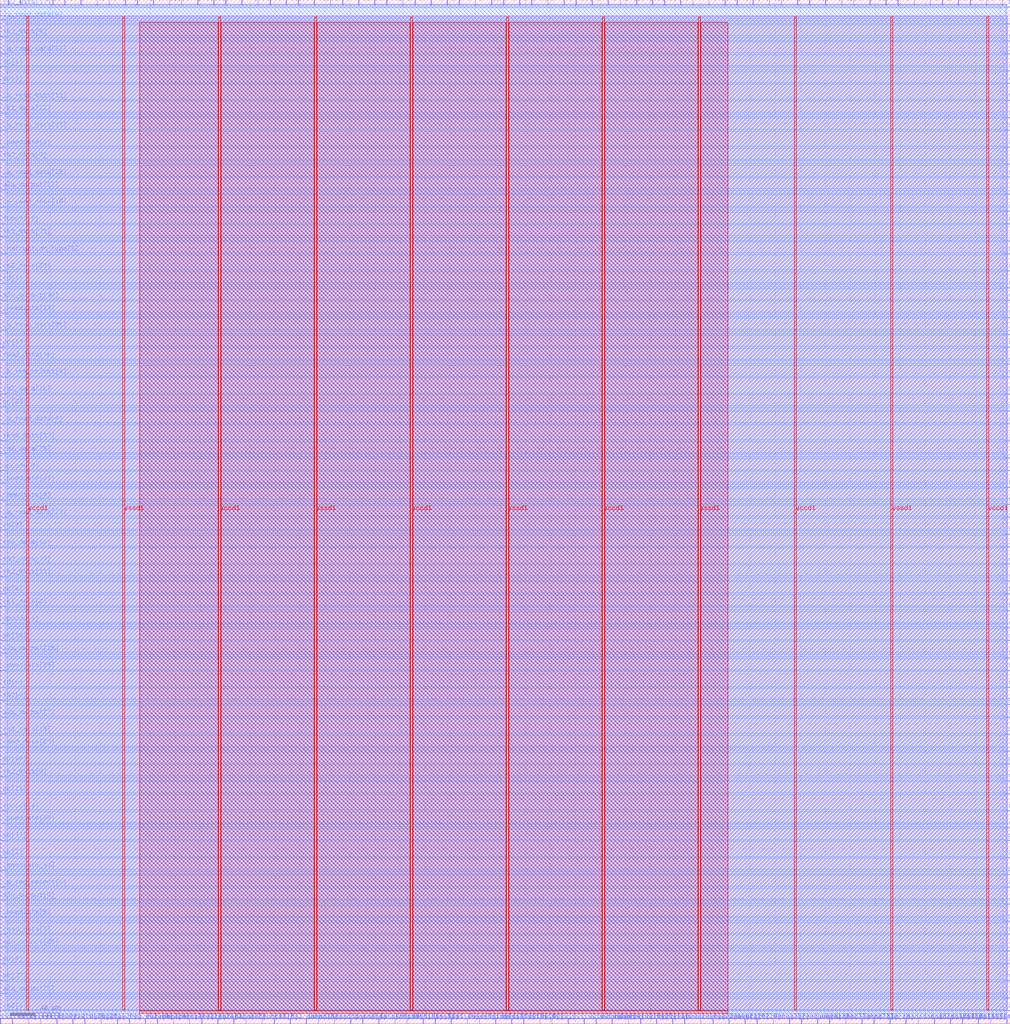
<source format=lef>
VERSION 5.7 ;
  NOWIREEXTENSIONATPIN ON ;
  DIVIDERCHAR "/" ;
  BUSBITCHARS "[]" ;
MACRO ALU
  CLASS BLOCK ;
  FOREIGN ALU ;
  ORIGIN 0.000 0.000 ;
  SIZE 807.960 BY 818.680 ;
  PIN alu_output[0]
    DIRECTION OUTPUT TRISTATE ;
    USE SIGNAL ;
    PORT
      LAYER met2 ;
        RECT 286.670 814.680 286.950 818.680 ;
    END
  END alu_output[0]
  PIN alu_output[10]
    DIRECTION OUTPUT TRISTATE ;
    USE SIGNAL ;
    PORT
      LAYER met2 ;
        RECT 338.190 0.000 338.470 4.000 ;
    END
  END alu_output[10]
  PIN alu_output[11]
    DIRECTION OUTPUT TRISTATE ;
    USE SIGNAL ;
    PORT
      LAYER met2 ;
        RECT 135.330 814.680 135.610 818.680 ;
    END
  END alu_output[11]
  PIN alu_output[12]
    DIRECTION OUTPUT TRISTATE ;
    USE SIGNAL ;
    PORT
      LAYER met2 ;
        RECT 64.490 814.680 64.770 818.680 ;
    END
  END alu_output[12]
  PIN alu_output[13]
    DIRECTION OUTPUT TRISTATE ;
    USE SIGNAL ;
    PORT
      LAYER met2 ;
        RECT 180.410 814.680 180.690 818.680 ;
    END
  END alu_output[13]
  PIN alu_output[14]
    DIRECTION OUTPUT TRISTATE ;
    USE SIGNAL ;
    PORT
      LAYER met2 ;
        RECT 579.690 814.680 579.970 818.680 ;
    END
  END alu_output[14]
  PIN alu_output[15]
    DIRECTION OUTPUT TRISTATE ;
    USE SIGNAL ;
    PORT
      LAYER met2 ;
        RECT 186.850 0.000 187.130 4.000 ;
    END
  END alu_output[15]
  PIN alu_output[16]
    DIRECTION OUTPUT TRISTATE ;
    USE SIGNAL ;
    PORT
      LAYER met3 ;
        RECT 0.000 295.840 4.000 296.440 ;
    END
  END alu_output[16]
  PIN alu_output[17]
    DIRECTION OUTPUT TRISTATE ;
    USE SIGNAL ;
    PORT
      LAYER met3 ;
        RECT 803.960 244.840 807.960 245.440 ;
    END
  END alu_output[17]
  PIN alu_output[18]
    DIRECTION OUTPUT TRISTATE ;
    USE SIGNAL ;
    PORT
      LAYER met2 ;
        RECT 615.110 814.680 615.390 818.680 ;
    END
  END alu_output[18]
  PIN alu_output[19]
    DIRECTION OUTPUT TRISTATE ;
    USE SIGNAL ;
    PORT
      LAYER met3 ;
        RECT 803.960 132.640 807.960 133.240 ;
    END
  END alu_output[19]
  PIN alu_output[1]
    DIRECTION OUTPUT TRISTATE ;
    USE SIGNAL ;
    PORT
      LAYER met2 ;
        RECT 631.210 0.000 631.490 4.000 ;
    END
  END alu_output[1]
  PIN alu_output[20]
    DIRECTION OUTPUT TRISTATE ;
    USE SIGNAL ;
    PORT
      LAYER met3 ;
        RECT 803.960 479.440 807.960 480.040 ;
    END
  END alu_output[20]
  PIN alu_output[21]
    DIRECTION OUTPUT TRISTATE ;
    USE SIGNAL ;
    PORT
      LAYER met2 ;
        RECT 637.650 814.680 637.930 818.680 ;
    END
  END alu_output[21]
  PIN alu_output[22]
    DIRECTION OUTPUT TRISTATE ;
    USE SIGNAL ;
    PORT
      LAYER met3 ;
        RECT 0.000 666.440 4.000 667.040 ;
    END
  END alu_output[22]
  PIN alu_output[23]
    DIRECTION OUTPUT TRISTATE ;
    USE SIGNAL ;
    PORT
      LAYER met3 ;
        RECT 803.960 108.840 807.960 109.440 ;
    END
  END alu_output[23]
  PIN alu_output[24]
    DIRECTION OUTPUT TRISTATE ;
    USE SIGNAL ;
    PORT
      LAYER met2 ;
        RECT 682.730 814.680 683.010 818.680 ;
    END
  END alu_output[24]
  PIN alu_output[25]
    DIRECTION OUTPUT TRISTATE ;
    USE SIGNAL ;
    PORT
      LAYER met3 ;
        RECT 0.000 61.240 4.000 61.840 ;
    END
  END alu_output[25]
  PIN alu_output[26]
    DIRECTION OUTPUT TRISTATE ;
    USE SIGNAL ;
    PORT
      LAYER met2 ;
        RECT 77.370 814.680 77.650 818.680 ;
    END
  END alu_output[26]
  PIN alu_output[27]
    DIRECTION OUTPUT TRISTATE ;
    USE SIGNAL ;
    PORT
      LAYER met3 ;
        RECT 803.960 700.440 807.960 701.040 ;
    END
  END alu_output[27]
  PIN alu_output[28]
    DIRECTION OUTPUT TRISTATE ;
    USE SIGNAL ;
    PORT
      LAYER met3 ;
        RECT 803.960 503.240 807.960 503.840 ;
    END
  END alu_output[28]
  PIN alu_output[29]
    DIRECTION OUTPUT TRISTATE ;
    USE SIGNAL ;
    PORT
      LAYER met2 ;
        RECT 788.990 814.680 789.270 818.680 ;
    END
  END alu_output[29]
  PIN alu_output[2]
    DIRECTION OUTPUT TRISTATE ;
    USE SIGNAL ;
    PORT
      LAYER met2 ;
        RECT 392.930 814.680 393.210 818.680 ;
    END
  END alu_output[2]
  PIN alu_output[30]
    DIRECTION OUTPUT TRISTATE ;
    USE SIGNAL ;
    PORT
      LAYER met3 ;
        RECT 0.000 578.040 4.000 578.640 ;
    END
  END alu_output[30]
  PIN alu_output[31]
    DIRECTION OUTPUT TRISTATE ;
    USE SIGNAL ;
    PORT
      LAYER met3 ;
        RECT 803.960 10.240 807.960 10.840 ;
    END
  END alu_output[31]
  PIN alu_output[3]
    DIRECTION OUTPUT TRISTATE ;
    USE SIGNAL ;
    PORT
      LAYER met2 ;
        RECT 170.750 814.680 171.030 818.680 ;
    END
  END alu_output[3]
  PIN alu_output[4]
    DIRECTION OUTPUT TRISTATE ;
    USE SIGNAL ;
    PORT
      LAYER met2 ;
        RECT 402.590 814.680 402.870 818.680 ;
    END
  END alu_output[4]
  PIN alu_output[5]
    DIRECTION OUTPUT TRISTATE ;
    USE SIGNAL ;
    PORT
      LAYER met3 ;
        RECT 0.000 23.840 4.000 24.440 ;
    END
  END alu_output[5]
  PIN alu_output[6]
    DIRECTION OUTPUT TRISTATE ;
    USE SIGNAL ;
    PORT
      LAYER met2 ;
        RECT 747.130 0.000 747.410 4.000 ;
    END
  END alu_output[6]
  PIN alu_output[7]
    DIRECTION OUTPUT TRISTATE ;
    USE SIGNAL ;
    PORT
      LAYER met3 ;
        RECT 0.000 244.840 4.000 245.440 ;
    END
  END alu_output[7]
  PIN alu_output[8]
    DIRECTION OUTPUT TRISTATE ;
    USE SIGNAL ;
    PORT
      LAYER met2 ;
        RECT 486.310 814.680 486.590 818.680 ;
    END
  END alu_output[8]
  PIN alu_output[9]
    DIRECTION OUTPUT TRISTATE ;
    USE SIGNAL ;
    PORT
      LAYER met3 ;
        RECT 0.000 98.640 4.000 99.240 ;
    END
  END alu_output[9]
  PIN clk
    DIRECTION INPUT ;
    USE SIGNAL ;
    PORT
      LAYER met2 ;
        RECT 196.510 0.000 196.790 4.000 ;
    END
  END clk
  PIN funct3[0]
    DIRECTION INPUT ;
    USE SIGNAL ;
    PORT
      LAYER met2 ;
        RECT 450.890 814.680 451.170 818.680 ;
    END
  END funct3[0]
  PIN funct3[1]
    DIRECTION INPUT ;
    USE SIGNAL ;
    PORT
      LAYER met3 ;
        RECT 803.960 414.840 807.960 415.440 ;
    END
  END funct3[1]
  PIN funct3[2]
    DIRECTION INPUT ;
    USE SIGNAL ;
    PORT
      LAYER met2 ;
        RECT 618.330 0.000 618.610 4.000 ;
    END
  END funct3[2]
  PIN funct7[0]
    DIRECTION INPUT ;
    USE SIGNAL ;
    PORT
      LAYER met3 ;
        RECT 803.960 428.440 807.960 429.040 ;
    END
  END funct7[0]
  PIN funct7[1]
    DIRECTION INPUT ;
    USE SIGNAL ;
    PORT
      LAYER met3 ;
        RECT 803.960 329.840 807.960 330.440 ;
    END
  END funct7[1]
  PIN funct7[2]
    DIRECTION INPUT ;
    USE SIGNAL ;
    PORT
      LAYER met3 ;
        RECT 803.960 737.840 807.960 738.440 ;
    END
  END funct7[2]
  PIN funct7[3]
    DIRECTION INPUT ;
    USE SIGNAL ;
    PORT
      LAYER met2 ;
        RECT 209.390 0.000 209.670 4.000 ;
    END
  END funct7[3]
  PIN funct7[4]
    DIRECTION INPUT ;
    USE SIGNAL ;
    PORT
      LAYER met3 ;
        RECT 0.000 170.040 4.000 170.640 ;
    END
  END funct7[4]
  PIN funct7[5]
    DIRECTION INPUT ;
    USE SIGNAL ;
    PORT
      LAYER met3 ;
        RECT 0.000 639.240 4.000 639.840 ;
    END
  END funct7[5]
  PIN funct7[6]
    DIRECTION INPUT ;
    USE SIGNAL ;
    PORT
      LAYER met2 ;
        RECT 315.650 0.000 315.930 4.000 ;
    END
  END funct7[6]
  PIN immediate[0]
    DIRECTION INPUT ;
    USE SIGNAL ;
    PORT
      LAYER met2 ;
        RECT 647.310 814.680 647.590 818.680 ;
    END
  END immediate[0]
  PIN immediate[10]
    DIRECTION INPUT ;
    USE SIGNAL ;
    PORT
      LAYER met2 ;
        RECT 689.170 0.000 689.450 4.000 ;
    END
  END immediate[10]
  PIN immediate[11]
    DIRECTION INPUT ;
    USE SIGNAL ;
    PORT
      LAYER met2 ;
        RECT 325.310 0.000 325.590 4.000 ;
    END
  END immediate[11]
  PIN immediate[12]
    DIRECTION INPUT ;
    USE SIGNAL ;
    PORT
      LAYER met2 ;
        RECT 653.750 0.000 654.030 4.000 ;
    END
  END immediate[12]
  PIN immediate[13]
    DIRECTION INPUT ;
    USE SIGNAL ;
    PORT
      LAYER met2 ;
        RECT 489.530 0.000 489.810 4.000 ;
    END
  END immediate[13]
  PIN immediate[14]
    DIRECTION INPUT ;
    USE SIGNAL ;
    PORT
      LAYER met3 ;
        RECT 0.000 567.840 4.000 568.440 ;
    END
  END immediate[14]
  PIN immediate[15]
    DIRECTION INPUT ;
    USE SIGNAL ;
    PORT
      LAYER met2 ;
        RECT 396.150 0.000 396.430 4.000 ;
    END
  END immediate[15]
  PIN immediate[16]
    DIRECTION INPUT ;
    USE SIGNAL ;
    PORT
      LAYER met2 ;
        RECT 508.850 814.680 509.130 818.680 ;
    END
  END immediate[16]
  PIN immediate[17]
    DIRECTION INPUT ;
    USE SIGNAL ;
    PORT
      LAYER met2 ;
        RECT 805.090 0.000 805.370 4.000 ;
    END
  END immediate[17]
  PIN immediate[18]
    DIRECTION INPUT ;
    USE SIGNAL ;
    PORT
      LAYER met2 ;
        RECT 45.170 0.000 45.450 4.000 ;
    END
  END immediate[18]
  PIN immediate[19]
    DIRECTION INPUT ;
    USE SIGNAL ;
    PORT
      LAYER met2 ;
        RECT 582.910 0.000 583.190 4.000 ;
    END
  END immediate[19]
  PIN immediate[1]
    DIRECTION INPUT ;
    USE SIGNAL ;
    PORT
      LAYER met2 ;
        RECT 138.550 0.000 138.830 4.000 ;
    END
  END immediate[1]
  PIN immediate[20]
    DIRECTION INPUT ;
    USE SIGNAL ;
    PORT
      LAYER met2 ;
        RECT 125.670 0.000 125.950 4.000 ;
    END
  END immediate[20]
  PIN immediate[21]
    DIRECTION INPUT ;
    USE SIGNAL ;
    PORT
      LAYER met3 ;
        RECT 0.000 431.840 4.000 432.440 ;
    END
  END immediate[21]
  PIN immediate[22]
    DIRECTION INPUT ;
    USE SIGNAL ;
    PORT
      LAYER met2 ;
        RECT 380.050 814.680 380.330 818.680 ;
    END
  END immediate[22]
  PIN immediate[23]
    DIRECTION INPUT ;
    USE SIGNAL ;
    PORT
      LAYER met3 ;
        RECT 803.960 663.040 807.960 663.640 ;
    END
  END immediate[23]
  PIN immediate[24]
    DIRECTION INPUT ;
    USE SIGNAL ;
    PORT
      LAYER met2 ;
        RECT 344.630 814.680 344.910 818.680 ;
    END
  END immediate[24]
  PIN immediate[25]
    DIRECTION INPUT ;
    USE SIGNAL ;
    PORT
      LAYER met3 ;
        RECT 0.000 159.840 4.000 160.440 ;
    END
  END immediate[25]
  PIN immediate[26]
    DIRECTION INPUT ;
    USE SIGNAL ;
    PORT
      LAYER met2 ;
        RECT 438.010 814.680 438.290 818.680 ;
    END
  END immediate[26]
  PIN immediate[27]
    DIRECTION INPUT ;
    USE SIGNAL ;
    PORT
      LAYER met2 ;
        RECT 51.610 814.680 51.890 818.680 ;
    END
  END immediate[27]
  PIN immediate[28]
    DIRECTION INPUT ;
    USE SIGNAL ;
    PORT
      LAYER met3 ;
        RECT 0.000 282.240 4.000 282.840 ;
    END
  END immediate[28]
  PIN immediate[29]
    DIRECTION INPUT ;
    USE SIGNAL ;
    PORT
      LAYER met2 ;
        RECT 273.790 814.680 274.070 818.680 ;
    END
  END immediate[29]
  PIN immediate[2]
    DIRECTION INPUT ;
    USE SIGNAL ;
    PORT
      LAYER met3 ;
        RECT 0.000 700.440 4.000 701.040 ;
    END
  END immediate[2]
  PIN immediate[30]
    DIRECTION INPUT ;
    USE SIGNAL ;
    PORT
      LAYER met2 ;
        RECT 244.810 0.000 245.090 4.000 ;
    END
  END immediate[30]
  PIN immediate[31]
    DIRECTION INPUT ;
    USE SIGNAL ;
    PORT
      LAYER met3 ;
        RECT 803.960 47.640 807.960 48.240 ;
    END
  END immediate[31]
  PIN immediate[3]
    DIRECTION INPUT ;
    USE SIGNAL ;
    PORT
      LAYER met2 ;
        RECT 331.750 814.680 332.030 818.680 ;
    END
  END immediate[3]
  PIN immediate[4]
    DIRECTION INPUT ;
    USE SIGNAL ;
    PORT
      LAYER met3 ;
        RECT 0.000 418.240 4.000 418.840 ;
    END
  END immediate[4]
  PIN immediate[5]
    DIRECTION INPUT ;
    USE SIGNAL ;
    PORT
      LAYER met2 ;
        RECT 6.530 814.680 6.810 818.680 ;
    END
  END immediate[5]
  PIN immediate[6]
    DIRECTION INPUT ;
    USE SIGNAL ;
    PORT
      LAYER met3 ;
        RECT 0.000 85.040 4.000 85.640 ;
    END
  END immediate[6]
  PIN immediate[7]
    DIRECTION INPUT ;
    USE SIGNAL ;
    PORT
      LAYER met2 ;
        RECT 589.350 814.680 589.630 818.680 ;
    END
  END immediate[7]
  PIN immediate[8]
    DIRECTION INPUT ;
    USE SIGNAL ;
    PORT
      LAYER met2 ;
        RECT 753.570 814.680 753.850 818.680 ;
    END
  END immediate[8]
  PIN immediate[9]
    DIRECTION INPUT ;
    USE SIGNAL ;
    PORT
      LAYER met3 ;
        RECT 803.960 686.840 807.960 687.440 ;
    END
  END immediate[9]
  PIN immediate_sel
    DIRECTION INPUT ;
    USE SIGNAL ;
    PORT
      LAYER met3 ;
        RECT 0.000 122.440 4.000 123.040 ;
    END
  END immediate_sel
  PIN instruction_type[0]
    DIRECTION INPUT ;
    USE SIGNAL ;
    PORT
      LAYER met3 ;
        RECT 803.960 380.840 807.960 381.440 ;
    END
  END instruction_type[0]
  PIN instruction_type[1]
    DIRECTION INPUT ;
    USE SIGNAL ;
    PORT
      LAYER met3 ;
        RECT 803.960 775.240 807.960 775.840 ;
    END
  END instruction_type[1]
  PIN instruction_type[2]
    DIRECTION INPUT ;
    USE SIGNAL ;
    PORT
      LAYER met3 ;
        RECT 803.960 550.840 807.960 551.440 ;
    END
  END instruction_type[2]
  PIN instruction_type[3]
    DIRECTION INPUT ;
    USE SIGNAL ;
    PORT
      LAYER met2 ;
        RECT 87.030 814.680 87.310 818.680 ;
    END
  END instruction_type[3]
  PIN instruction_type[4]
    DIRECTION INPUT ;
    USE SIGNAL ;
    PORT
      LAYER met2 ;
        RECT 454.110 0.000 454.390 4.000 ;
    END
  END instruction_type[4]
  PIN instruction_type[5]
    DIRECTION INPUT ;
    USE SIGNAL ;
    PORT
      LAYER met3 ;
        RECT 0.000 615.440 4.000 616.040 ;
    END
  END instruction_type[5]
  PIN la_read_data[0]
    DIRECTION OUTPUT TRISTATE ;
    USE SIGNAL ;
    PORT
      LAYER met3 ;
        RECT 803.960 625.640 807.960 626.240 ;
    END
  END la_read_data[0]
  PIN la_read_data[10]
    DIRECTION OUTPUT TRISTATE ;
    USE SIGNAL ;
    PORT
      LAYER met2 ;
        RECT 415.470 814.680 415.750 818.680 ;
    END
  END la_read_data[10]
  PIN la_read_data[11]
    DIRECTION OUTPUT TRISTATE ;
    USE SIGNAL ;
    PORT
      LAYER met3 ;
        RECT 0.000 737.840 4.000 738.440 ;
    END
  END la_read_data[11]
  PIN la_read_data[12]
    DIRECTION OUTPUT TRISTATE ;
    USE SIGNAL ;
    PORT
      LAYER met2 ;
        RECT 724.590 0.000 724.870 4.000 ;
    END
  END la_read_data[12]
  PIN la_read_data[13]
    DIRECTION OUTPUT TRISTATE ;
    USE SIGNAL ;
    PORT
      LAYER met3 ;
        RECT 0.000 714.040 4.000 714.640 ;
    END
  END la_read_data[13]
  PIN la_read_data[14]
    DIRECTION OUTPUT TRISTATE ;
    USE SIGNAL ;
    PORT
      LAYER met2 ;
        RECT 41.950 814.680 42.230 818.680 ;
    END
  END la_read_data[14]
  PIN la_read_data[15]
    DIRECTION OUTPUT TRISTATE ;
    USE SIGNAL ;
    PORT
      LAYER met2 ;
        RECT 734.250 0.000 734.530 4.000 ;
    END
  END la_read_data[15]
  PIN la_read_data[16]
    DIRECTION OUTPUT TRISTATE ;
    USE SIGNAL ;
    PORT
      LAYER met3 ;
        RECT 803.960 217.640 807.960 218.240 ;
    END
  END la_read_data[16]
  PIN la_read_data[17]
    DIRECTION OUTPUT TRISTATE ;
    USE SIGNAL ;
    PORT
      LAYER met3 ;
        RECT 803.960 442.040 807.960 442.640 ;
    END
  END la_read_data[17]
  PIN la_read_data[18]
    DIRECTION OUTPUT TRISTATE ;
    USE SIGNAL ;
    PORT
      LAYER met3 ;
        RECT 803.960 452.240 807.960 452.840 ;
    END
  END la_read_data[18]
  PIN la_read_data[19]
    DIRECTION OUTPUT TRISTATE ;
    USE SIGNAL ;
    PORT
      LAYER met3 ;
        RECT 0.000 652.840 4.000 653.440 ;
    END
  END la_read_data[19]
  PIN la_read_data[1]
    DIRECTION OUTPUT TRISTATE ;
    USE SIGNAL ;
    PORT
      LAYER met2 ;
        RECT 531.390 814.680 531.670 818.680 ;
    END
  END la_read_data[1]
  PIN la_read_data[20]
    DIRECTION OUTPUT TRISTATE ;
    USE SIGNAL ;
    PORT
      LAYER met2 ;
        RECT 16.190 814.680 16.470 818.680 ;
    END
  END la_read_data[20]
  PIN la_read_data[21]
    DIRECTION OUTPUT TRISTATE ;
    USE SIGNAL ;
    PORT
      LAYER met2 ;
        RECT 302.770 0.000 303.050 4.000 ;
    END
  END la_read_data[21]
  PIN la_read_data[22]
    DIRECTION OUTPUT TRISTATE ;
    USE SIGNAL ;
    PORT
      LAYER met2 ;
        RECT 711.710 0.000 711.990 4.000 ;
    END
  END la_read_data[22]
  PIN la_read_data[23]
    DIRECTION OUTPUT TRISTATE ;
    USE SIGNAL ;
    PORT
      LAYER met2 ;
        RECT 663.410 0.000 663.690 4.000 ;
    END
  END la_read_data[23]
  PIN la_read_data[24]
    DIRECTION OUTPUT TRISTATE ;
    USE SIGNAL ;
    PORT
      LAYER met3 ;
        RECT 0.000 404.640 4.000 405.240 ;
    END
  END la_read_data[24]
  PIN la_read_data[25]
    DIRECTION OUTPUT TRISTATE ;
    USE SIGNAL ;
    PORT
      LAYER met3 ;
        RECT 0.000 554.240 4.000 554.840 ;
    END
  END la_read_data[25]
  PIN la_read_data[26]
    DIRECTION OUTPUT TRISTATE ;
    USE SIGNAL ;
    PORT
      LAYER met3 ;
        RECT 0.000 676.640 4.000 677.240 ;
    END
  END la_read_data[26]
  PIN la_read_data[27]
    DIRECTION OUTPUT TRISTATE ;
    USE SIGNAL ;
    PORT
      LAYER met2 ;
        RECT 792.210 0.000 792.490 4.000 ;
    END
  END la_read_data[27]
  PIN la_read_data[28]
    DIRECTION OUTPUT TRISTATE ;
    USE SIGNAL ;
    PORT
      LAYER met2 ;
        RECT 228.710 814.680 228.990 818.680 ;
    END
  END la_read_data[28]
  PIN la_read_data[29]
    DIRECTION OUTPUT TRISTATE ;
    USE SIGNAL ;
    PORT
      LAYER met2 ;
        RECT 766.450 814.680 766.730 818.680 ;
    END
  END la_read_data[29]
  PIN la_read_data[2]
    DIRECTION OUTPUT TRISTATE ;
    USE SIGNAL ;
    PORT
      LAYER met2 ;
        RECT 215.830 814.680 216.110 818.680 ;
    END
  END la_read_data[2]
  PIN la_read_data[30]
    DIRECTION OUTPUT TRISTATE ;
    USE SIGNAL ;
    PORT
      LAYER met3 ;
        RECT 803.960 799.040 807.960 799.640 ;
    END
  END la_read_data[30]
  PIN la_read_data[31]
    DIRECTION OUTPUT TRISTATE ;
    USE SIGNAL ;
    PORT
      LAYER met3 ;
        RECT 0.000 775.240 4.000 775.840 ;
    END
  END la_read_data[31]
  PIN la_read_data[3]
    DIRECTION OUTPUT TRISTATE ;
    USE SIGNAL ;
    PORT
      LAYER met2 ;
        RECT 560.370 0.000 560.650 4.000 ;
    END
  END la_read_data[3]
  PIN la_read_data[4]
    DIRECTION OUTPUT TRISTATE ;
    USE SIGNAL ;
    PORT
      LAYER met3 ;
        RECT 0.000 479.440 4.000 480.040 ;
    END
  END la_read_data[4]
  PIN la_read_data[5]
    DIRECTION OUTPUT TRISTATE ;
    USE SIGNAL ;
    PORT
      LAYER met2 ;
        RECT 193.290 814.680 193.570 818.680 ;
    END
  END la_read_data[5]
  PIN la_read_data[6]
    DIRECTION OUTPUT TRISTATE ;
    USE SIGNAL ;
    PORT
      LAYER met2 ;
        RECT 357.510 814.680 357.790 818.680 ;
    END
  END la_read_data[6]
  PIN la_read_data[7]
    DIRECTION OUTPUT TRISTATE ;
    USE SIGNAL ;
    PORT
      LAYER met3 ;
        RECT 803.960 404.640 807.960 405.240 ;
    END
  END la_read_data[7]
  PIN la_read_data[8]
    DIRECTION OUTPUT TRISTATE ;
    USE SIGNAL ;
    PORT
      LAYER met3 ;
        RECT 0.000 802.440 4.000 803.040 ;
    END
  END la_read_data[8]
  PIN la_read_data[9]
    DIRECTION OUTPUT TRISTATE ;
    USE SIGNAL ;
    PORT
      LAYER met3 ;
        RECT 803.960 57.840 807.960 58.440 ;
    END
  END la_read_data[9]
  PIN la_reg_select[0]
    DIRECTION INPUT ;
    USE SIGNAL ;
    PORT
      LAYER met3 ;
        RECT 0.000 108.840 4.000 109.440 ;
    END
  END la_reg_select[0]
  PIN la_reg_select[1]
    DIRECTION INPUT ;
    USE SIGNAL ;
    PORT
      LAYER met3 ;
        RECT 803.960 465.840 807.960 466.440 ;
    END
  END la_reg_select[1]
  PIN la_reg_select[2]
    DIRECTION INPUT ;
    USE SIGNAL ;
    PORT
      LAYER met2 ;
        RECT 93.470 0.000 93.750 4.000 ;
    END
  END la_reg_select[2]
  PIN la_reg_select[3]
    DIRECTION INPUT ;
    USE SIGNAL ;
    PORT
      LAYER met2 ;
        RECT 251.250 814.680 251.530 818.680 ;
    END
  END la_reg_select[3]
  PIN la_reg_select[4]
    DIRECTION INPUT ;
    USE SIGNAL ;
    PORT
      LAYER met3 ;
        RECT 0.000 516.840 4.000 517.440 ;
    END
  END la_reg_select[4]
  PIN opcode[0]
    DIRECTION INPUT ;
    USE SIGNAL ;
    PORT
      LAYER met3 ;
        RECT 803.960 306.040 807.960 306.640 ;
    END
  END opcode[0]
  PIN opcode[1]
    DIRECTION INPUT ;
    USE SIGNAL ;
    PORT
      LAYER met3 ;
        RECT 803.960 231.240 807.960 231.840 ;
    END
  END opcode[1]
  PIN opcode[2]
    DIRECTION INPUT ;
    USE SIGNAL ;
    PORT
      LAYER met3 ;
        RECT 803.960 649.440 807.960 650.040 ;
    END
  END opcode[2]
  PIN opcode[3]
    DIRECTION INPUT ;
    USE SIGNAL ;
    PORT
      LAYER met3 ;
        RECT 0.000 319.640 4.000 320.240 ;
    END
  END opcode[3]
  PIN opcode[4]
    DIRECTION INPUT ;
    USE SIGNAL ;
    PORT
      LAYER met2 ;
        RECT 280.230 0.000 280.510 4.000 ;
    END
  END opcode[4]
  PIN opcode[5]
    DIRECTION INPUT ;
    USE SIGNAL ;
    PORT
      LAYER met2 ;
        RECT 238.370 814.680 238.650 818.680 ;
    END
  END opcode[5]
  PIN opcode[6]
    DIRECTION INPUT ;
    USE SIGNAL ;
    PORT
      LAYER met3 ;
        RECT 0.000 442.040 4.000 442.640 ;
    END
  END opcode[6]
  PIN pc[0]
    DIRECTION INPUT ;
    USE SIGNAL ;
    PORT
      LAYER met3 ;
        RECT 0.000 343.440 4.000 344.040 ;
    END
  END pc[0]
  PIN pc[10]
    DIRECTION INPUT ;
    USE SIGNAL ;
    PORT
      LAYER met2 ;
        RECT 431.570 0.000 431.850 4.000 ;
    END
  END pc[10]
  PIN pc[11]
    DIRECTION INPUT ;
    USE SIGNAL ;
    PORT
      LAYER met3 ;
        RECT 0.000 146.240 4.000 146.840 ;
    END
  END pc[11]
  PIN pc[12]
    DIRECTION INPUT ;
    USE SIGNAL ;
    PORT
      LAYER met2 ;
        RECT 708.490 814.680 708.770 818.680 ;
    END
  END pc[12]
  PIN pc[13]
    DIRECTION INPUT ;
    USE SIGNAL ;
    PORT
      LAYER met3 ;
        RECT 0.000 183.640 4.000 184.240 ;
    END
  END pc[13]
  PIN pc[14]
    DIRECTION INPUT ;
    USE SIGNAL ;
    PORT
      LAYER met2 ;
        RECT 309.210 814.680 309.490 818.680 ;
    END
  END pc[14]
  PIN pc[15]
    DIRECTION INPUT ;
    USE SIGNAL ;
    PORT
      LAYER met2 ;
        RECT 157.870 814.680 158.150 818.680 ;
    END
  END pc[15]
  PIN pc[16]
    DIRECTION INPUT ;
    USE SIGNAL ;
    PORT
      LAYER met3 ;
        RECT 0.000 306.040 4.000 306.640 ;
    END
  END pc[16]
  PIN pc[17]
    DIRECTION INPUT ;
    USE SIGNAL ;
    PORT
      LAYER met3 ;
        RECT 0.000 540.640 4.000 541.240 ;
    END
  END pc[17]
  PIN pc[18]
    DIRECTION INPUT ;
    USE SIGNAL ;
    PORT
      LAYER met2 ;
        RECT 254.470 0.000 254.750 4.000 ;
    END
  END pc[18]
  PIN pc[19]
    DIRECTION INPUT ;
    USE SIGNAL ;
    PORT
      LAYER met3 ;
        RECT 803.960 489.640 807.960 490.240 ;
    END
  END pc[19]
  PIN pc[1]
    DIRECTION INPUT ;
    USE SIGNAL ;
    PORT
      LAYER met3 ;
        RECT 0.000 765.040 4.000 765.640 ;
    END
  END pc[1]
  PIN pc[20]
    DIRECTION INPUT ;
    USE SIGNAL ;
    PORT
      LAYER met2 ;
        RECT 29.070 814.680 29.350 818.680 ;
    END
  END pc[20]
  PIN pc[21]
    DIRECTION INPUT ;
    USE SIGNAL ;
    PORT
      LAYER met2 ;
        RECT 441.230 0.000 441.510 4.000 ;
    END
  END pc[21]
  PIN pc[22]
    DIRECTION INPUT ;
    USE SIGNAL ;
    PORT
      LAYER met3 ;
        RECT 803.960 81.640 807.960 82.240 ;
    END
  END pc[22]
  PIN pc[23]
    DIRECTION INPUT ;
    USE SIGNAL ;
    PORT
      LAYER met3 ;
        RECT 803.960 207.440 807.960 208.040 ;
    END
  END pc[23]
  PIN pc[24]
    DIRECTION INPUT ;
    USE SIGNAL ;
    PORT
      LAYER met3 ;
        RECT 0.000 207.440 4.000 208.040 ;
    END
  END pc[24]
  PIN pc[25]
    DIRECTION INPUT ;
    USE SIGNAL ;
    PORT
      LAYER met2 ;
        RECT 776.110 814.680 776.390 818.680 ;
    END
  END pc[25]
  PIN pc[26]
    DIRECTION INPUT ;
    USE SIGNAL ;
    PORT
      LAYER met2 ;
        RECT 595.790 0.000 596.070 4.000 ;
    END
  END pc[26]
  PIN pc[27]
    DIRECTION INPUT ;
    USE SIGNAL ;
    PORT
      LAYER met3 ;
        RECT 0.000 34.040 4.000 34.640 ;
    END
  END pc[27]
  PIN pc[28]
    DIRECTION INPUT ;
    USE SIGNAL ;
    PORT
      LAYER met3 ;
        RECT 0.000 493.040 4.000 493.640 ;
    END
  END pc[28]
  PIN pc[29]
    DIRECTION INPUT ;
    USE SIGNAL ;
    PORT
      LAYER met3 ;
        RECT 803.960 119.040 807.960 119.640 ;
    END
  END pc[29]
  PIN pc[2]
    DIRECTION INPUT ;
    USE SIGNAL ;
    PORT
      LAYER met3 ;
        RECT 0.000 132.640 4.000 133.240 ;
    END
  END pc[2]
  PIN pc[30]
    DIRECTION INPUT ;
    USE SIGNAL ;
    PORT
      LAYER met3 ;
        RECT 803.960 527.040 807.960 527.640 ;
    END
  END pc[30]
  PIN pc[31]
    DIRECTION INPUT ;
    USE SIGNAL ;
    PORT
      LAYER met2 ;
        RECT 676.290 0.000 676.570 4.000 ;
    END
  END pc[31]
  PIN pc[3]
    DIRECTION INPUT ;
    USE SIGNAL ;
    PORT
      LAYER met3 ;
        RECT 0.000 751.440 4.000 752.040 ;
    END
  END pc[3]
  PIN pc[4]
    DIRECTION INPUT ;
    USE SIGNAL ;
    PORT
      LAYER met3 ;
        RECT 0.000 47.640 4.000 48.240 ;
    END
  END pc[4]
  PIN pc[5]
    DIRECTION INPUT ;
    USE SIGNAL ;
    PORT
      LAYER met2 ;
        RECT 521.730 814.680 522.010 818.680 ;
    END
  END pc[5]
  PIN pc[6]
    DIRECTION INPUT ;
    USE SIGNAL ;
    PORT
      LAYER met2 ;
        RECT 80.590 0.000 80.870 4.000 ;
    END
  END pc[6]
  PIN pc[7]
    DIRECTION INPUT ;
    USE SIGNAL ;
    PORT
      LAYER met3 ;
        RECT 803.960 146.240 807.960 146.840 ;
    END
  END pc[7]
  PIN pc[8]
    DIRECTION INPUT ;
    USE SIGNAL ;
    PORT
      LAYER met2 ;
        RECT 347.850 0.000 348.130 4.000 ;
    END
  END pc[8]
  PIN pc[9]
    DIRECTION INPUT ;
    USE SIGNAL ;
    PORT
      LAYER met3 ;
        RECT 803.960 255.040 807.960 255.640 ;
    END
  END pc[9]
  PIN rd[0]
    DIRECTION INPUT ;
    USE SIGNAL ;
    PORT
      LAYER met3 ;
        RECT 0.000 268.640 4.000 269.240 ;
    END
  END rd[0]
  PIN rd[1]
    DIRECTION INPUT ;
    USE SIGNAL ;
    PORT
      LAYER met3 ;
        RECT 0.000 591.640 4.000 592.240 ;
    END
  END rd[1]
  PIN rd[2]
    DIRECTION INPUT ;
    USE SIGNAL ;
    PORT
      LAYER met3 ;
        RECT 0.000 394.440 4.000 395.040 ;
    END
  END rd[2]
  PIN rd[3]
    DIRECTION INPUT ;
    USE SIGNAL ;
    PORT
      LAYER met3 ;
        RECT 803.960 588.240 807.960 588.840 ;
    END
  END rd[3]
  PIN rd[4]
    DIRECTION INPUT ;
    USE SIGNAL ;
    PORT
      LAYER met3 ;
        RECT 803.960 343.440 807.960 344.040 ;
    END
  END rd[4]
  PIN read_data[0]
    DIRECTION INPUT ;
    USE SIGNAL ;
    PORT
      LAYER met2 ;
        RECT 624.770 814.680 625.050 818.680 ;
    END
  END read_data[0]
  PIN read_data[10]
    DIRECTION INPUT ;
    USE SIGNAL ;
    PORT
      LAYER met2 ;
        RECT 673.070 814.680 673.350 818.680 ;
    END
  END read_data[10]
  PIN read_data[11]
    DIRECTION INPUT ;
    USE SIGNAL ;
    PORT
      LAYER met2 ;
        RECT 760.010 0.000 760.290 4.000 ;
    END
  END read_data[11]
  PIN read_data[12]
    DIRECTION INPUT ;
    USE SIGNAL ;
    PORT
      LAYER met2 ;
        RECT 206.170 814.680 206.450 818.680 ;
    END
  END read_data[12]
  PIN read_data[13]
    DIRECTION INPUT ;
    USE SIGNAL ;
    PORT
      LAYER met2 ;
        RECT 322.090 814.680 322.370 818.680 ;
    END
  END read_data[13]
  PIN read_data[14]
    DIRECTION INPUT ;
    USE SIGNAL ;
    PORT
      LAYER met3 ;
        RECT 803.960 751.440 807.960 752.040 ;
    END
  END read_data[14]
  PIN read_data[15]
    DIRECTION INPUT ;
    USE SIGNAL ;
    PORT
      LAYER met2 ;
        RECT 718.150 814.680 718.430 818.680 ;
    END
  END read_data[15]
  PIN read_data[16]
    DIRECTION INPUT ;
    USE SIGNAL ;
    PORT
      LAYER met2 ;
        RECT 460.550 814.680 460.830 818.680 ;
    END
  END read_data[16]
  PIN read_data[17]
    DIRECTION INPUT ;
    USE SIGNAL ;
    PORT
      LAYER met3 ;
        RECT 0.000 465.840 4.000 466.440 ;
    END
  END read_data[17]
  PIN read_data[18]
    DIRECTION INPUT ;
    USE SIGNAL ;
    PORT
      LAYER met3 ;
        RECT 0.000 530.440 4.000 531.040 ;
    END
  END read_data[18]
  PIN read_data[19]
    DIRECTION INPUT ;
    USE SIGNAL ;
    PORT
      LAYER met3 ;
        RECT 803.960 353.640 807.960 354.240 ;
    END
  END read_data[19]
  PIN read_data[1]
    DIRECTION INPUT ;
    USE SIGNAL ;
    PORT
      LAYER met3 ;
        RECT 803.960 316.240 807.960 316.840 ;
    END
  END read_data[1]
  PIN read_data[20]
    DIRECTION INPUT ;
    USE SIGNAL ;
    PORT
      LAYER met3 ;
        RECT 0.000 221.040 4.000 221.640 ;
    END
  END read_data[20]
  PIN read_data[21]
    DIRECTION INPUT ;
    USE SIGNAL ;
    PORT
      LAYER met3 ;
        RECT 803.960 282.240 807.960 282.840 ;
    END
  END read_data[21]
  PIN read_data[22]
    DIRECTION INPUT ;
    USE SIGNAL ;
    PORT
      LAYER met3 ;
        RECT 803.960 71.440 807.960 72.040 ;
    END
  END read_data[22]
  PIN read_data[23]
    DIRECTION INPUT ;
    USE SIGNAL ;
    PORT
      LAYER met2 ;
        RECT 640.870 0.000 641.150 4.000 ;
    END
  END read_data[23]
  PIN read_data[24]
    DIRECTION INPUT ;
    USE SIGNAL ;
    PORT
      LAYER met3 ;
        RECT 803.960 812.640 807.960 813.240 ;
    END
  END read_data[24]
  PIN read_data[25]
    DIRECTION INPUT ;
    USE SIGNAL ;
    PORT
      LAYER met3 ;
        RECT 803.960 615.440 807.960 616.040 ;
    END
  END read_data[25]
  PIN read_data[26]
    DIRECTION INPUT ;
    USE SIGNAL ;
    PORT
      LAYER met2 ;
        RECT 383.270 0.000 383.550 4.000 ;
    END
  END read_data[26]
  PIN read_data[27]
    DIRECTION INPUT ;
    USE SIGNAL ;
    PORT
      LAYER met2 ;
        RECT 547.490 0.000 547.770 4.000 ;
    END
  END read_data[27]
  PIN read_data[28]
    DIRECTION INPUT ;
    USE SIGNAL ;
    PORT
      LAYER met3 ;
        RECT 803.960 20.440 807.960 21.040 ;
    END
  END read_data[28]
  PIN read_data[29]
    DIRECTION INPUT ;
    USE SIGNAL ;
    PORT
      LAYER met2 ;
        RECT 425.130 814.680 425.410 818.680 ;
    END
  END read_data[29]
  PIN read_data[2]
    DIRECTION INPUT ;
    USE SIGNAL ;
    PORT
      LAYER met2 ;
        RECT 373.610 0.000 373.890 4.000 ;
    END
  END read_data[2]
  PIN read_data[30]
    DIRECTION INPUT ;
    USE SIGNAL ;
    PORT
      LAYER met2 ;
        RECT 67.710 0.000 67.990 4.000 ;
    END
  END read_data[30]
  PIN read_data[31]
    DIRECTION INPUT ;
    USE SIGNAL ;
    PORT
      LAYER met2 ;
        RECT 566.810 814.680 567.090 818.680 ;
    END
  END read_data[31]
  PIN read_data[3]
    DIRECTION INPUT ;
    USE SIGNAL ;
    PORT
      LAYER met3 ;
        RECT 0.000 71.440 4.000 72.040 ;
    END
  END read_data[3]
  PIN read_data[4]
    DIRECTION INPUT ;
    USE SIGNAL ;
    PORT
      LAYER met3 ;
        RECT 803.960 564.440 807.960 565.040 ;
    END
  END read_data[4]
  PIN read_data[5]
    DIRECTION INPUT ;
    USE SIGNAL ;
    PORT
      LAYER met2 ;
        RECT 267.350 0.000 267.630 4.000 ;
    END
  END read_data[5]
  PIN read_data[6]
    DIRECTION INPUT ;
    USE SIGNAL ;
    PORT
      LAYER met3 ;
        RECT 803.960 761.640 807.960 762.240 ;
    END
  END read_data[6]
  PIN read_data[7]
    DIRECTION INPUT ;
    USE SIGNAL ;
    PORT
      LAYER met3 ;
        RECT 803.960 183.640 807.960 184.240 ;
    END
  END read_data[7]
  PIN read_data[8]
    DIRECTION INPUT ;
    USE SIGNAL ;
    PORT
      LAYER met2 ;
        RECT 537.830 0.000 538.110 4.000 ;
    END
  END read_data[8]
  PIN read_data[9]
    DIRECTION INPUT ;
    USE SIGNAL ;
    PORT
      LAYER met3 ;
        RECT 803.960 785.440 807.960 786.040 ;
    END
  END read_data[9]
  PIN reg_write
    DIRECTION INPUT ;
    USE SIGNAL ;
    PORT
      LAYER met2 ;
        RECT 524.950 0.000 525.230 4.000 ;
    END
  END reg_write
  PIN rs1[0]
    DIRECTION INPUT ;
    USE SIGNAL ;
    PORT
      LAYER met2 ;
        RECT 219.050 0.000 219.330 4.000 ;
    END
  END rs1[0]
  PIN rs1[1]
    DIRECTION INPUT ;
    USE SIGNAL ;
    PORT
      LAYER met2 ;
        RECT 32.290 0.000 32.570 4.000 ;
    END
  END rs1[1]
  PIN rs1[2]
    DIRECTION INPUT ;
    USE SIGNAL ;
    PORT
      LAYER met2 ;
        RECT 698.830 0.000 699.110 4.000 ;
    END
  END rs1[2]
  PIN rs1[3]
    DIRECTION INPUT ;
    USE SIGNAL ;
    PORT
      LAYER met3 ;
        RECT 803.960 95.240 807.960 95.840 ;
    END
  END rs1[3]
  PIN rs1[4]
    DIRECTION INPUT ;
    USE SIGNAL ;
    PORT
      LAYER met2 ;
        RECT 495.970 814.680 496.250 818.680 ;
    END
  END rs1[4]
  PIN rs1_data[0]
    DIRECTION OUTPUT TRISTATE ;
    USE SIGNAL ;
    PORT
      LAYER met3 ;
        RECT 803.960 540.640 807.960 541.240 ;
    END
  END rs1_data[0]
  PIN rs1_data[10]
    DIRECTION OUTPUT TRISTATE ;
    USE SIGNAL ;
    PORT
      LAYER met2 ;
        RECT 99.910 814.680 100.190 818.680 ;
    END
  END rs1_data[10]
  PIN rs1_data[11]
    DIRECTION OUTPUT TRISTATE ;
    USE SIGNAL ;
    PORT
      LAYER met2 ;
        RECT 144.990 814.680 145.270 818.680 ;
    END
  END rs1_data[11]
  PIN rs1_data[12]
    DIRECTION OUTPUT TRISTATE ;
    USE SIGNAL ;
    PORT
      LAYER met2 ;
        RECT 122.450 814.680 122.730 818.680 ;
    END
  END rs1_data[12]
  PIN rs1_data[13]
    DIRECTION OUTPUT TRISTATE ;
    USE SIGNAL ;
    PORT
      LAYER met2 ;
        RECT 22.630 0.000 22.910 4.000 ;
    END
  END rs1_data[13]
  PIN rs1_data[14]
    DIRECTION OUTPUT TRISTATE ;
    USE SIGNAL ;
    PORT
      LAYER met2 ;
        RECT 151.430 0.000 151.710 4.000 ;
    END
  END rs1_data[14]
  PIN rs1_data[15]
    DIRECTION OUTPUT TRISTATE ;
    USE SIGNAL ;
    PORT
      LAYER met3 ;
        RECT 803.960 292.440 807.960 293.040 ;
    END
  END rs1_data[15]
  PIN rs1_data[16]
    DIRECTION OUTPUT TRISTATE ;
    USE SIGNAL ;
    PORT
      LAYER met2 ;
        RECT 409.030 0.000 409.310 4.000 ;
    END
  END rs1_data[16]
  PIN rs1_data[17]
    DIRECTION OUTPUT TRISTATE ;
    USE SIGNAL ;
    PORT
      LAYER met2 ;
        RECT 731.030 814.680 731.310 818.680 ;
    END
  END rs1_data[17]
  PIN rs1_data[18]
    DIRECTION OUTPUT TRISTATE ;
    USE SIGNAL ;
    PORT
      LAYER met3 ;
        RECT 803.960 724.240 807.960 724.840 ;
    END
  END rs1_data[18]
  PIN rs1_data[19]
    DIRECTION OUTPUT TRISTATE ;
    USE SIGNAL ;
    PORT
      LAYER met2 ;
        RECT 264.130 814.680 264.410 818.680 ;
    END
  END rs1_data[19]
  PIN rs1_data[1]
    DIRECTION OUTPUT TRISTATE ;
    USE SIGNAL ;
    PORT
      LAYER met2 ;
        RECT 103.130 0.000 103.410 4.000 ;
    END
  END rs1_data[1]
  PIN rs1_data[20]
    DIRECTION OUTPUT TRISTATE ;
    USE SIGNAL ;
    PORT
      LAYER met3 ;
        RECT 803.960 367.240 807.960 367.840 ;
    END
  END rs1_data[20]
  PIN rs1_data[21]
    DIRECTION OUTPUT TRISTATE ;
    USE SIGNAL ;
    PORT
      LAYER met3 ;
        RECT 803.960 714.040 807.960 714.640 ;
    END
  END rs1_data[21]
  PIN rs1_data[22]
    DIRECTION OUTPUT TRISTATE ;
    USE SIGNAL ;
    PORT
      LAYER met3 ;
        RECT 0.000 727.640 4.000 728.240 ;
    END
  END rs1_data[22]
  PIN rs1_data[23]
    DIRECTION OUTPUT TRISTATE ;
    USE SIGNAL ;
    PORT
      LAYER met3 ;
        RECT 803.960 516.840 807.960 517.440 ;
    END
  END rs1_data[23]
  PIN rs1_data[24]
    DIRECTION OUTPUT TRISTATE ;
    USE SIGNAL ;
    PORT
      LAYER met3 ;
        RECT 803.960 170.040 807.960 170.640 ;
    END
  END rs1_data[24]
  PIN rs1_data[25]
    DIRECTION OUTPUT TRISTATE ;
    USE SIGNAL ;
    PORT
      LAYER met2 ;
        RECT 502.410 0.000 502.690 4.000 ;
    END
  END rs1_data[25]
  PIN rs1_data[26]
    DIRECTION OUTPUT TRISTATE ;
    USE SIGNAL ;
    PORT
      LAYER met2 ;
        RECT 801.870 814.680 802.150 818.680 ;
    END
  END rs1_data[26]
  PIN rs1_data[27]
    DIRECTION OUTPUT TRISTATE ;
    USE SIGNAL ;
    PORT
      LAYER met2 ;
        RECT 367.170 814.680 367.450 818.680 ;
    END
  END rs1_data[27]
  PIN rs1_data[28]
    DIRECTION OUTPUT TRISTATE ;
    USE SIGNAL ;
    PORT
      LAYER met2 ;
        RECT 231.930 0.000 232.210 4.000 ;
    END
  END rs1_data[28]
  PIN rs1_data[29]
    DIRECTION OUTPUT TRISTATE ;
    USE SIGNAL ;
    PORT
      LAYER met3 ;
        RECT 0.000 455.640 4.000 456.240 ;
    END
  END rs1_data[29]
  PIN rs1_data[2]
    DIRECTION OUTPUT TRISTATE ;
    USE SIGNAL ;
    PORT
      LAYER met3 ;
        RECT 0.000 333.240 4.000 333.840 ;
    END
  END rs1_data[2]
  PIN rs1_data[30]
    DIRECTION OUTPUT TRISTATE ;
    USE SIGNAL ;
    PORT
      LAYER met3 ;
        RECT 803.960 156.440 807.960 157.040 ;
    END
  END rs1_data[30]
  PIN rs1_data[31]
    DIRECTION OUTPUT TRISTATE ;
    USE SIGNAL ;
    PORT
      LAYER met3 ;
        RECT 0.000 629.040 4.000 629.640 ;
    END
  END rs1_data[31]
  PIN rs1_data[3]
    DIRECTION OUTPUT TRISTATE ;
    USE SIGNAL ;
    PORT
      LAYER met2 ;
        RECT 769.670 0.000 769.950 4.000 ;
    END
  END rs1_data[3]
  PIN rs1_data[4]
    DIRECTION OUTPUT TRISTATE ;
    USE SIGNAL ;
    PORT
      LAYER met2 ;
        RECT 116.010 0.000 116.290 4.000 ;
    END
  END rs1_data[4]
  PIN rs1_data[5]
    DIRECTION OUTPUT TRISTATE ;
    USE SIGNAL ;
    PORT
      LAYER met2 ;
        RECT 360.730 0.000 361.010 4.000 ;
    END
  END rs1_data[5]
  PIN rs1_data[6]
    DIRECTION OUTPUT TRISTATE ;
    USE SIGNAL ;
    PORT
      LAYER met3 ;
        RECT 803.960 268.640 807.960 269.240 ;
    END
  END rs1_data[6]
  PIN rs1_data[7]
    DIRECTION OUTPUT TRISTATE ;
    USE SIGNAL ;
    PORT
      LAYER met2 ;
        RECT 743.910 814.680 744.190 818.680 ;
    END
  END rs1_data[7]
  PIN rs1_data[8]
    DIRECTION OUTPUT TRISTATE ;
    USE SIGNAL ;
    PORT
      LAYER met3 ;
        RECT 803.960 639.240 807.960 639.840 ;
    END
  END rs1_data[8]
  PIN rs1_data[9]
    DIRECTION OUTPUT TRISTATE ;
    USE SIGNAL ;
    PORT
      LAYER met2 ;
        RECT 782.550 0.000 782.830 4.000 ;
    END
  END rs1_data[9]
  PIN rs2[0]
    DIRECTION INPUT ;
    USE SIGNAL ;
    PORT
      LAYER met3 ;
        RECT 0.000 258.440 4.000 259.040 ;
    END
  END rs2[0]
  PIN rs2[1]
    DIRECTION INPUT ;
    USE SIGNAL ;
    PORT
      LAYER met3 ;
        RECT 0.000 10.240 4.000 10.840 ;
    END
  END rs2[1]
  PIN rs2[2]
    DIRECTION INPUT ;
    USE SIGNAL ;
    PORT
      LAYER met2 ;
        RECT 9.750 0.000 10.030 4.000 ;
    END
  END rs2[2]
  PIN rs2[3]
    DIRECTION INPUT ;
    USE SIGNAL ;
    PORT
      LAYER met3 ;
        RECT 803.960 676.640 807.960 677.240 ;
    END
  END rs2[3]
  PIN rs2[4]
    DIRECTION INPUT ;
    USE SIGNAL ;
    PORT
      LAYER met2 ;
        RECT 695.610 814.680 695.890 818.680 ;
    END
  END rs2[4]
  PIN rs2_data[0]
    DIRECTION OUTPUT TRISTATE ;
    USE SIGNAL ;
    PORT
      LAYER met3 ;
        RECT 803.960 34.040 807.960 34.640 ;
    END
  END rs2_data[0]
  PIN rs2_data[10]
    DIRECTION OUTPUT TRISTATE ;
    USE SIGNAL ;
    PORT
      LAYER met2 ;
        RECT 660.190 814.680 660.470 818.680 ;
    END
  END rs2_data[10]
  PIN rs2_data[11]
    DIRECTION OUTPUT TRISTATE ;
    USE SIGNAL ;
    PORT
      LAYER met3 ;
        RECT 0.000 357.040 4.000 357.640 ;
    END
  END rs2_data[11]
  PIN rs2_data[12]
    DIRECTION OUTPUT TRISTATE ;
    USE SIGNAL ;
    PORT
      LAYER met3 ;
        RECT 0.000 380.840 4.000 381.440 ;
    END
  END rs2_data[12]
  PIN rs2_data[13]
    DIRECTION OUTPUT TRISTATE ;
    USE SIGNAL ;
    PORT
      LAYER met2 ;
        RECT 512.070 0.000 512.350 4.000 ;
    END
  END rs2_data[13]
  PIN rs2_data[14]
    DIRECTION OUTPUT TRISTATE ;
    USE SIGNAL ;
    PORT
      LAYER met2 ;
        RECT 0.090 0.000 0.370 4.000 ;
    END
  END rs2_data[14]
  PIN rs2_data[15]
    DIRECTION OUTPUT TRISTATE ;
    USE SIGNAL ;
    PORT
      LAYER met2 ;
        RECT 605.450 0.000 605.730 4.000 ;
    END
  END rs2_data[15]
  PIN rs2_data[16]
    DIRECTION OUTPUT TRISTATE ;
    USE SIGNAL ;
    PORT
      LAYER met3 ;
        RECT 0.000 503.240 4.000 503.840 ;
    END
  END rs2_data[16]
  PIN rs2_data[17]
    DIRECTION OUTPUT TRISTATE ;
    USE SIGNAL ;
    PORT
      LAYER met3 ;
        RECT 0.000 812.640 4.000 813.240 ;
    END
  END rs2_data[17]
  PIN rs2_data[18]
    DIRECTION OUTPUT TRISTATE ;
    USE SIGNAL ;
    PORT
      LAYER met3 ;
        RECT 0.000 231.240 4.000 231.840 ;
    END
  END rs2_data[18]
  PIN rs2_data[19]
    DIRECTION OUTPUT TRISTATE ;
    USE SIGNAL ;
    PORT
      LAYER met3 ;
        RECT 0.000 367.240 4.000 367.840 ;
    END
  END rs2_data[19]
  PIN rs2_data[1]
    DIRECTION OUTPUT TRISTATE ;
    USE SIGNAL ;
    PORT
      LAYER met2 ;
        RECT 161.090 0.000 161.370 4.000 ;
    END
  END rs2_data[1]
  PIN rs2_data[20]
    DIRECTION OUTPUT TRISTATE ;
    USE SIGNAL ;
    PORT
      LAYER met2 ;
        RECT 58.050 0.000 58.330 4.000 ;
    END
  END rs2_data[20]
  PIN rs2_data[21]
    DIRECTION OUTPUT TRISTATE ;
    USE SIGNAL ;
    PORT
      LAYER met2 ;
        RECT 473.430 814.680 473.710 818.680 ;
    END
  END rs2_data[21]
  PIN rs2_data[22]
    DIRECTION OUTPUT TRISTATE ;
    USE SIGNAL ;
    PORT
      LAYER met2 ;
        RECT 299.550 814.680 299.830 818.680 ;
    END
  END rs2_data[22]
  PIN rs2_data[23]
    DIRECTION OUTPUT TRISTATE ;
    USE SIGNAL ;
    PORT
      LAYER met2 ;
        RECT 418.690 0.000 418.970 4.000 ;
    END
  END rs2_data[23]
  PIN rs2_data[24]
    DIRECTION OUTPUT TRISTATE ;
    USE SIGNAL ;
    PORT
      LAYER met2 ;
        RECT 602.230 814.680 602.510 818.680 ;
    END
  END rs2_data[24]
  PIN rs2_data[25]
    DIRECTION OUTPUT TRISTATE ;
    USE SIGNAL ;
    PORT
      LAYER met3 ;
        RECT 803.960 193.840 807.960 194.440 ;
    END
  END rs2_data[25]
  PIN rs2_data[26]
    DIRECTION OUTPUT TRISTATE ;
    USE SIGNAL ;
    PORT
      LAYER met3 ;
        RECT 0.000 601.840 4.000 602.440 ;
    END
  END rs2_data[26]
  PIN rs2_data[27]
    DIRECTION OUTPUT TRISTATE ;
    USE SIGNAL ;
    PORT
      LAYER met3 ;
        RECT 803.960 601.840 807.960 602.440 ;
    END
  END rs2_data[27]
  PIN rs2_data[28]
    DIRECTION OUTPUT TRISTATE ;
    USE SIGNAL ;
    PORT
      LAYER met2 ;
        RECT 173.970 0.000 174.250 4.000 ;
    END
  END rs2_data[28]
  PIN rs2_data[29]
    DIRECTION OUTPUT TRISTATE ;
    USE SIGNAL ;
    PORT
      LAYER met2 ;
        RECT 289.890 0.000 290.170 4.000 ;
    END
  END rs2_data[29]
  PIN rs2_data[2]
    DIRECTION OUTPUT TRISTATE ;
    USE SIGNAL ;
    PORT
      LAYER met2 ;
        RECT 466.990 0.000 467.270 4.000 ;
    END
  END rs2_data[2]
  PIN rs2_data[30]
    DIRECTION OUTPUT TRISTATE ;
    USE SIGNAL ;
    PORT
      LAYER met3 ;
        RECT 803.960 578.040 807.960 578.640 ;
    END
  END rs2_data[30]
  PIN rs2_data[31]
    DIRECTION OUTPUT TRISTATE ;
    USE SIGNAL ;
    PORT
      LAYER met2 ;
        RECT 476.650 0.000 476.930 4.000 ;
    END
  END rs2_data[31]
  PIN rs2_data[3]
    DIRECTION OUTPUT TRISTATE ;
    USE SIGNAL ;
    PORT
      LAYER met2 ;
        RECT 553.930 814.680 554.210 818.680 ;
    END
  END rs2_data[3]
  PIN rs2_data[4]
    DIRECTION OUTPUT TRISTATE ;
    USE SIGNAL ;
    PORT
      LAYER met2 ;
        RECT 544.270 814.680 544.550 818.680 ;
    END
  END rs2_data[4]
  PIN rs2_data[5]
    DIRECTION OUTPUT TRISTATE ;
    USE SIGNAL ;
    PORT
      LAYER met3 ;
        RECT 0.000 788.840 4.000 789.440 ;
    END
  END rs2_data[5]
  PIN rs2_data[6]
    DIRECTION OUTPUT TRISTATE ;
    USE SIGNAL ;
    PORT
      LAYER met2 ;
        RECT 109.570 814.680 109.850 818.680 ;
    END
  END rs2_data[6]
  PIN rs2_data[7]
    DIRECTION OUTPUT TRISTATE ;
    USE SIGNAL ;
    PORT
      LAYER met2 ;
        RECT 570.030 0.000 570.310 4.000 ;
    END
  END rs2_data[7]
  PIN rs2_data[8]
    DIRECTION OUTPUT TRISTATE ;
    USE SIGNAL ;
    PORT
      LAYER met3 ;
        RECT 0.000 197.240 4.000 197.840 ;
    END
  END rs2_data[8]
  PIN rs2_data[9]
    DIRECTION OUTPUT TRISTATE ;
    USE SIGNAL ;
    PORT
      LAYER met3 ;
        RECT 0.000 690.240 4.000 690.840 ;
    END
  END rs2_data[9]
  PIN rst_n
    DIRECTION INPUT ;
    USE SIGNAL ;
    PORT
      LAYER met3 ;
        RECT 803.960 391.040 807.960 391.640 ;
    END
  END rst_n
  PIN vccd1
    DIRECTION INOUT ;
    USE POWER ;
    PORT
      LAYER met4 ;
        RECT 21.040 10.640 22.640 805.360 ;
    END
    PORT
      LAYER met4 ;
        RECT 174.640 10.640 176.240 805.360 ;
    END
    PORT
      LAYER met4 ;
        RECT 328.240 10.640 329.840 805.360 ;
    END
    PORT
      LAYER met4 ;
        RECT 481.840 10.640 483.440 805.360 ;
    END
    PORT
      LAYER met4 ;
        RECT 635.440 10.640 637.040 805.360 ;
    END
    PORT
      LAYER met4 ;
        RECT 789.040 10.640 790.640 805.360 ;
    END
  END vccd1
  PIN vssd1
    DIRECTION INOUT ;
    USE GROUND ;
    PORT
      LAYER met4 ;
        RECT 97.840 10.640 99.440 805.360 ;
    END
    PORT
      LAYER met4 ;
        RECT 251.440 10.640 253.040 805.360 ;
    END
    PORT
      LAYER met4 ;
        RECT 405.040 10.640 406.640 805.360 ;
    END
    PORT
      LAYER met4 ;
        RECT 558.640 10.640 560.240 805.360 ;
    END
    PORT
      LAYER met4 ;
        RECT 712.240 10.640 713.840 805.360 ;
    END
  END vssd1
  OBS
      LAYER li1 ;
        RECT 5.520 10.795 802.240 805.205 ;
      LAYER met1 ;
        RECT 0.070 10.640 805.390 806.100 ;
      LAYER met2 ;
        RECT 0.100 814.400 6.250 815.050 ;
        RECT 7.090 814.400 15.910 815.050 ;
        RECT 16.750 814.400 28.790 815.050 ;
        RECT 29.630 814.400 41.670 815.050 ;
        RECT 42.510 814.400 51.330 815.050 ;
        RECT 52.170 814.400 64.210 815.050 ;
        RECT 65.050 814.400 77.090 815.050 ;
        RECT 77.930 814.400 86.750 815.050 ;
        RECT 87.590 814.400 99.630 815.050 ;
        RECT 100.470 814.400 109.290 815.050 ;
        RECT 110.130 814.400 122.170 815.050 ;
        RECT 123.010 814.400 135.050 815.050 ;
        RECT 135.890 814.400 144.710 815.050 ;
        RECT 145.550 814.400 157.590 815.050 ;
        RECT 158.430 814.400 170.470 815.050 ;
        RECT 171.310 814.400 180.130 815.050 ;
        RECT 180.970 814.400 193.010 815.050 ;
        RECT 193.850 814.400 205.890 815.050 ;
        RECT 206.730 814.400 215.550 815.050 ;
        RECT 216.390 814.400 228.430 815.050 ;
        RECT 229.270 814.400 238.090 815.050 ;
        RECT 238.930 814.400 250.970 815.050 ;
        RECT 251.810 814.400 263.850 815.050 ;
        RECT 264.690 814.400 273.510 815.050 ;
        RECT 274.350 814.400 286.390 815.050 ;
        RECT 287.230 814.400 299.270 815.050 ;
        RECT 300.110 814.400 308.930 815.050 ;
        RECT 309.770 814.400 321.810 815.050 ;
        RECT 322.650 814.400 331.470 815.050 ;
        RECT 332.310 814.400 344.350 815.050 ;
        RECT 345.190 814.400 357.230 815.050 ;
        RECT 358.070 814.400 366.890 815.050 ;
        RECT 367.730 814.400 379.770 815.050 ;
        RECT 380.610 814.400 392.650 815.050 ;
        RECT 393.490 814.400 402.310 815.050 ;
        RECT 403.150 814.400 415.190 815.050 ;
        RECT 416.030 814.400 424.850 815.050 ;
        RECT 425.690 814.400 437.730 815.050 ;
        RECT 438.570 814.400 450.610 815.050 ;
        RECT 451.450 814.400 460.270 815.050 ;
        RECT 461.110 814.400 473.150 815.050 ;
        RECT 473.990 814.400 486.030 815.050 ;
        RECT 486.870 814.400 495.690 815.050 ;
        RECT 496.530 814.400 508.570 815.050 ;
        RECT 509.410 814.400 521.450 815.050 ;
        RECT 522.290 814.400 531.110 815.050 ;
        RECT 531.950 814.400 543.990 815.050 ;
        RECT 544.830 814.400 553.650 815.050 ;
        RECT 554.490 814.400 566.530 815.050 ;
        RECT 567.370 814.400 579.410 815.050 ;
        RECT 580.250 814.400 589.070 815.050 ;
        RECT 589.910 814.400 601.950 815.050 ;
        RECT 602.790 814.400 614.830 815.050 ;
        RECT 615.670 814.400 624.490 815.050 ;
        RECT 625.330 814.400 637.370 815.050 ;
        RECT 638.210 814.400 647.030 815.050 ;
        RECT 647.870 814.400 659.910 815.050 ;
        RECT 660.750 814.400 672.790 815.050 ;
        RECT 673.630 814.400 682.450 815.050 ;
        RECT 683.290 814.400 695.330 815.050 ;
        RECT 696.170 814.400 708.210 815.050 ;
        RECT 709.050 814.400 717.870 815.050 ;
        RECT 718.710 814.400 730.750 815.050 ;
        RECT 731.590 814.400 743.630 815.050 ;
        RECT 744.470 814.400 753.290 815.050 ;
        RECT 754.130 814.400 766.170 815.050 ;
        RECT 767.010 814.400 775.830 815.050 ;
        RECT 776.670 814.400 788.710 815.050 ;
        RECT 789.550 814.400 801.590 815.050 ;
        RECT 802.430 814.400 805.360 815.050 ;
        RECT 0.100 4.280 805.360 814.400 ;
        RECT 0.650 4.000 9.470 4.280 ;
        RECT 10.310 4.000 22.350 4.280 ;
        RECT 23.190 4.000 32.010 4.280 ;
        RECT 32.850 4.000 44.890 4.280 ;
        RECT 45.730 4.000 57.770 4.280 ;
        RECT 58.610 4.000 67.430 4.280 ;
        RECT 68.270 4.000 80.310 4.280 ;
        RECT 81.150 4.000 93.190 4.280 ;
        RECT 94.030 4.000 102.850 4.280 ;
        RECT 103.690 4.000 115.730 4.280 ;
        RECT 116.570 4.000 125.390 4.280 ;
        RECT 126.230 4.000 138.270 4.280 ;
        RECT 139.110 4.000 151.150 4.280 ;
        RECT 151.990 4.000 160.810 4.280 ;
        RECT 161.650 4.000 173.690 4.280 ;
        RECT 174.530 4.000 186.570 4.280 ;
        RECT 187.410 4.000 196.230 4.280 ;
        RECT 197.070 4.000 209.110 4.280 ;
        RECT 209.950 4.000 218.770 4.280 ;
        RECT 219.610 4.000 231.650 4.280 ;
        RECT 232.490 4.000 244.530 4.280 ;
        RECT 245.370 4.000 254.190 4.280 ;
        RECT 255.030 4.000 267.070 4.280 ;
        RECT 267.910 4.000 279.950 4.280 ;
        RECT 280.790 4.000 289.610 4.280 ;
        RECT 290.450 4.000 302.490 4.280 ;
        RECT 303.330 4.000 315.370 4.280 ;
        RECT 316.210 4.000 325.030 4.280 ;
        RECT 325.870 4.000 337.910 4.280 ;
        RECT 338.750 4.000 347.570 4.280 ;
        RECT 348.410 4.000 360.450 4.280 ;
        RECT 361.290 4.000 373.330 4.280 ;
        RECT 374.170 4.000 382.990 4.280 ;
        RECT 383.830 4.000 395.870 4.280 ;
        RECT 396.710 4.000 408.750 4.280 ;
        RECT 409.590 4.000 418.410 4.280 ;
        RECT 419.250 4.000 431.290 4.280 ;
        RECT 432.130 4.000 440.950 4.280 ;
        RECT 441.790 4.000 453.830 4.280 ;
        RECT 454.670 4.000 466.710 4.280 ;
        RECT 467.550 4.000 476.370 4.280 ;
        RECT 477.210 4.000 489.250 4.280 ;
        RECT 490.090 4.000 502.130 4.280 ;
        RECT 502.970 4.000 511.790 4.280 ;
        RECT 512.630 4.000 524.670 4.280 ;
        RECT 525.510 4.000 537.550 4.280 ;
        RECT 538.390 4.000 547.210 4.280 ;
        RECT 548.050 4.000 560.090 4.280 ;
        RECT 560.930 4.000 569.750 4.280 ;
        RECT 570.590 4.000 582.630 4.280 ;
        RECT 583.470 4.000 595.510 4.280 ;
        RECT 596.350 4.000 605.170 4.280 ;
        RECT 606.010 4.000 618.050 4.280 ;
        RECT 618.890 4.000 630.930 4.280 ;
        RECT 631.770 4.000 640.590 4.280 ;
        RECT 641.430 4.000 653.470 4.280 ;
        RECT 654.310 4.000 663.130 4.280 ;
        RECT 663.970 4.000 676.010 4.280 ;
        RECT 676.850 4.000 688.890 4.280 ;
        RECT 689.730 4.000 698.550 4.280 ;
        RECT 699.390 4.000 711.430 4.280 ;
        RECT 712.270 4.000 724.310 4.280 ;
        RECT 725.150 4.000 733.970 4.280 ;
        RECT 734.810 4.000 746.850 4.280 ;
        RECT 747.690 4.000 759.730 4.280 ;
        RECT 760.570 4.000 769.390 4.280 ;
        RECT 770.230 4.000 782.270 4.280 ;
        RECT 783.110 4.000 791.930 4.280 ;
        RECT 792.770 4.000 804.810 4.280 ;
      LAYER met3 ;
        RECT 4.400 812.240 803.560 813.105 ;
        RECT 4.000 803.440 803.960 812.240 ;
        RECT 4.400 802.040 803.960 803.440 ;
        RECT 4.000 800.040 803.960 802.040 ;
        RECT 4.000 798.640 803.560 800.040 ;
        RECT 4.000 789.840 803.960 798.640 ;
        RECT 4.400 788.440 803.960 789.840 ;
        RECT 4.000 786.440 803.960 788.440 ;
        RECT 4.000 785.040 803.560 786.440 ;
        RECT 4.000 776.240 803.960 785.040 ;
        RECT 4.400 774.840 803.560 776.240 ;
        RECT 4.000 766.040 803.960 774.840 ;
        RECT 4.400 764.640 803.960 766.040 ;
        RECT 4.000 762.640 803.960 764.640 ;
        RECT 4.000 761.240 803.560 762.640 ;
        RECT 4.000 752.440 803.960 761.240 ;
        RECT 4.400 751.040 803.560 752.440 ;
        RECT 4.000 738.840 803.960 751.040 ;
        RECT 4.400 737.440 803.560 738.840 ;
        RECT 4.000 728.640 803.960 737.440 ;
        RECT 4.400 727.240 803.960 728.640 ;
        RECT 4.000 725.240 803.960 727.240 ;
        RECT 4.000 723.840 803.560 725.240 ;
        RECT 4.000 715.040 803.960 723.840 ;
        RECT 4.400 713.640 803.560 715.040 ;
        RECT 4.000 701.440 803.960 713.640 ;
        RECT 4.400 700.040 803.560 701.440 ;
        RECT 4.000 691.240 803.960 700.040 ;
        RECT 4.400 689.840 803.960 691.240 ;
        RECT 4.000 687.840 803.960 689.840 ;
        RECT 4.000 686.440 803.560 687.840 ;
        RECT 4.000 677.640 803.960 686.440 ;
        RECT 4.400 676.240 803.560 677.640 ;
        RECT 4.000 667.440 803.960 676.240 ;
        RECT 4.400 666.040 803.960 667.440 ;
        RECT 4.000 664.040 803.960 666.040 ;
        RECT 4.000 662.640 803.560 664.040 ;
        RECT 4.000 653.840 803.960 662.640 ;
        RECT 4.400 652.440 803.960 653.840 ;
        RECT 4.000 650.440 803.960 652.440 ;
        RECT 4.000 649.040 803.560 650.440 ;
        RECT 4.000 640.240 803.960 649.040 ;
        RECT 4.400 638.840 803.560 640.240 ;
        RECT 4.000 630.040 803.960 638.840 ;
        RECT 4.400 628.640 803.960 630.040 ;
        RECT 4.000 626.640 803.960 628.640 ;
        RECT 4.000 625.240 803.560 626.640 ;
        RECT 4.000 616.440 803.960 625.240 ;
        RECT 4.400 615.040 803.560 616.440 ;
        RECT 4.000 602.840 803.960 615.040 ;
        RECT 4.400 601.440 803.560 602.840 ;
        RECT 4.000 592.640 803.960 601.440 ;
        RECT 4.400 591.240 803.960 592.640 ;
        RECT 4.000 589.240 803.960 591.240 ;
        RECT 4.000 587.840 803.560 589.240 ;
        RECT 4.000 579.040 803.960 587.840 ;
        RECT 4.400 577.640 803.560 579.040 ;
        RECT 4.000 568.840 803.960 577.640 ;
        RECT 4.400 567.440 803.960 568.840 ;
        RECT 4.000 565.440 803.960 567.440 ;
        RECT 4.000 564.040 803.560 565.440 ;
        RECT 4.000 555.240 803.960 564.040 ;
        RECT 4.400 553.840 803.960 555.240 ;
        RECT 4.000 551.840 803.960 553.840 ;
        RECT 4.000 550.440 803.560 551.840 ;
        RECT 4.000 541.640 803.960 550.440 ;
        RECT 4.400 540.240 803.560 541.640 ;
        RECT 4.000 531.440 803.960 540.240 ;
        RECT 4.400 530.040 803.960 531.440 ;
        RECT 4.000 528.040 803.960 530.040 ;
        RECT 4.000 526.640 803.560 528.040 ;
        RECT 4.000 517.840 803.960 526.640 ;
        RECT 4.400 516.440 803.560 517.840 ;
        RECT 4.000 504.240 803.960 516.440 ;
        RECT 4.400 502.840 803.560 504.240 ;
        RECT 4.000 494.040 803.960 502.840 ;
        RECT 4.400 492.640 803.960 494.040 ;
        RECT 4.000 490.640 803.960 492.640 ;
        RECT 4.000 489.240 803.560 490.640 ;
        RECT 4.000 480.440 803.960 489.240 ;
        RECT 4.400 479.040 803.560 480.440 ;
        RECT 4.000 466.840 803.960 479.040 ;
        RECT 4.400 465.440 803.560 466.840 ;
        RECT 4.000 456.640 803.960 465.440 ;
        RECT 4.400 455.240 803.960 456.640 ;
        RECT 4.000 453.240 803.960 455.240 ;
        RECT 4.000 451.840 803.560 453.240 ;
        RECT 4.000 443.040 803.960 451.840 ;
        RECT 4.400 441.640 803.560 443.040 ;
        RECT 4.000 432.840 803.960 441.640 ;
        RECT 4.400 431.440 803.960 432.840 ;
        RECT 4.000 429.440 803.960 431.440 ;
        RECT 4.000 428.040 803.560 429.440 ;
        RECT 4.000 419.240 803.960 428.040 ;
        RECT 4.400 417.840 803.960 419.240 ;
        RECT 4.000 415.840 803.960 417.840 ;
        RECT 4.000 414.440 803.560 415.840 ;
        RECT 4.000 405.640 803.960 414.440 ;
        RECT 4.400 404.240 803.560 405.640 ;
        RECT 4.000 395.440 803.960 404.240 ;
        RECT 4.400 394.040 803.960 395.440 ;
        RECT 4.000 392.040 803.960 394.040 ;
        RECT 4.000 390.640 803.560 392.040 ;
        RECT 4.000 381.840 803.960 390.640 ;
        RECT 4.400 380.440 803.560 381.840 ;
        RECT 4.000 368.240 803.960 380.440 ;
        RECT 4.400 366.840 803.560 368.240 ;
        RECT 4.000 358.040 803.960 366.840 ;
        RECT 4.400 356.640 803.960 358.040 ;
        RECT 4.000 354.640 803.960 356.640 ;
        RECT 4.000 353.240 803.560 354.640 ;
        RECT 4.000 344.440 803.960 353.240 ;
        RECT 4.400 343.040 803.560 344.440 ;
        RECT 4.000 334.240 803.960 343.040 ;
        RECT 4.400 332.840 803.960 334.240 ;
        RECT 4.000 330.840 803.960 332.840 ;
        RECT 4.000 329.440 803.560 330.840 ;
        RECT 4.000 320.640 803.960 329.440 ;
        RECT 4.400 319.240 803.960 320.640 ;
        RECT 4.000 317.240 803.960 319.240 ;
        RECT 4.000 315.840 803.560 317.240 ;
        RECT 4.000 307.040 803.960 315.840 ;
        RECT 4.400 305.640 803.560 307.040 ;
        RECT 4.000 296.840 803.960 305.640 ;
        RECT 4.400 295.440 803.960 296.840 ;
        RECT 4.000 293.440 803.960 295.440 ;
        RECT 4.000 292.040 803.560 293.440 ;
        RECT 4.000 283.240 803.960 292.040 ;
        RECT 4.400 281.840 803.560 283.240 ;
        RECT 4.000 269.640 803.960 281.840 ;
        RECT 4.400 268.240 803.560 269.640 ;
        RECT 4.000 259.440 803.960 268.240 ;
        RECT 4.400 258.040 803.960 259.440 ;
        RECT 4.000 256.040 803.960 258.040 ;
        RECT 4.000 254.640 803.560 256.040 ;
        RECT 4.000 245.840 803.960 254.640 ;
        RECT 4.400 244.440 803.560 245.840 ;
        RECT 4.000 232.240 803.960 244.440 ;
        RECT 4.400 230.840 803.560 232.240 ;
        RECT 4.000 222.040 803.960 230.840 ;
        RECT 4.400 220.640 803.960 222.040 ;
        RECT 4.000 218.640 803.960 220.640 ;
        RECT 4.000 217.240 803.560 218.640 ;
        RECT 4.000 208.440 803.960 217.240 ;
        RECT 4.400 207.040 803.560 208.440 ;
        RECT 4.000 198.240 803.960 207.040 ;
        RECT 4.400 196.840 803.960 198.240 ;
        RECT 4.000 194.840 803.960 196.840 ;
        RECT 4.000 193.440 803.560 194.840 ;
        RECT 4.000 184.640 803.960 193.440 ;
        RECT 4.400 183.240 803.560 184.640 ;
        RECT 4.000 171.040 803.960 183.240 ;
        RECT 4.400 169.640 803.560 171.040 ;
        RECT 4.000 160.840 803.960 169.640 ;
        RECT 4.400 159.440 803.960 160.840 ;
        RECT 4.000 157.440 803.960 159.440 ;
        RECT 4.000 156.040 803.560 157.440 ;
        RECT 4.000 147.240 803.960 156.040 ;
        RECT 4.400 145.840 803.560 147.240 ;
        RECT 4.000 133.640 803.960 145.840 ;
        RECT 4.400 132.240 803.560 133.640 ;
        RECT 4.000 123.440 803.960 132.240 ;
        RECT 4.400 122.040 803.960 123.440 ;
        RECT 4.000 120.040 803.960 122.040 ;
        RECT 4.000 118.640 803.560 120.040 ;
        RECT 4.000 109.840 803.960 118.640 ;
        RECT 4.400 108.440 803.560 109.840 ;
        RECT 4.000 99.640 803.960 108.440 ;
        RECT 4.400 98.240 803.960 99.640 ;
        RECT 4.000 96.240 803.960 98.240 ;
        RECT 4.000 94.840 803.560 96.240 ;
        RECT 4.000 86.040 803.960 94.840 ;
        RECT 4.400 84.640 803.960 86.040 ;
        RECT 4.000 82.640 803.960 84.640 ;
        RECT 4.000 81.240 803.560 82.640 ;
        RECT 4.000 72.440 803.960 81.240 ;
        RECT 4.400 71.040 803.560 72.440 ;
        RECT 4.000 62.240 803.960 71.040 ;
        RECT 4.400 60.840 803.960 62.240 ;
        RECT 4.000 58.840 803.960 60.840 ;
        RECT 4.000 57.440 803.560 58.840 ;
        RECT 4.000 48.640 803.960 57.440 ;
        RECT 4.400 47.240 803.560 48.640 ;
        RECT 4.000 35.040 803.960 47.240 ;
        RECT 4.400 33.640 803.560 35.040 ;
        RECT 4.000 24.840 803.960 33.640 ;
        RECT 4.400 23.440 803.960 24.840 ;
        RECT 4.000 21.440 803.960 23.440 ;
        RECT 4.000 20.040 803.560 21.440 ;
        RECT 4.000 11.240 803.960 20.040 ;
        RECT 4.400 9.840 803.560 11.240 ;
        RECT 4.000 8.335 803.960 9.840 ;
      LAYER met4 ;
        RECT 111.615 10.240 174.240 800.865 ;
        RECT 176.640 10.240 251.040 800.865 ;
        RECT 253.440 10.240 327.840 800.865 ;
        RECT 330.240 10.240 404.640 800.865 ;
        RECT 407.040 10.240 481.440 800.865 ;
        RECT 483.840 10.240 558.240 800.865 ;
        RECT 560.640 10.240 582.065 800.865 ;
        RECT 111.615 8.335 582.065 10.240 ;
  END
END ALU
END LIBRARY


</source>
